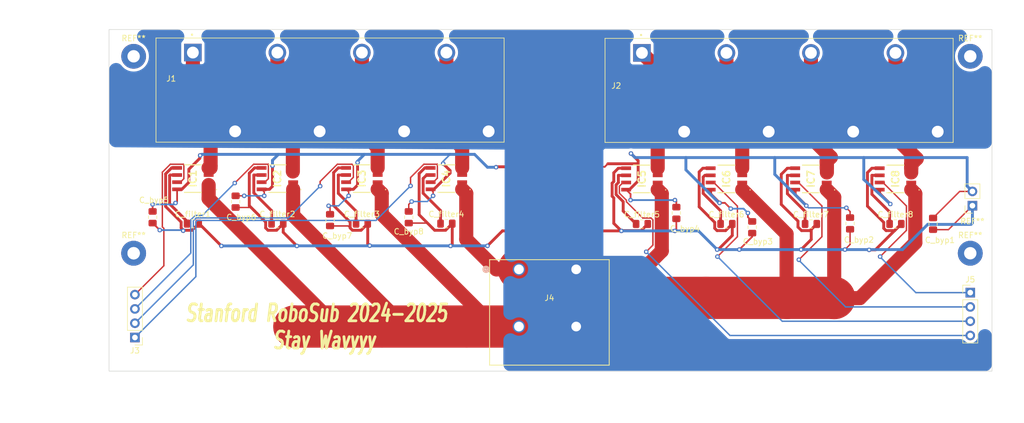
<source format=kicad_pcb>
(kicad_pcb (version 20240108) (generator "pcbnew") (generator_version "8.0")
  (layers (0 "F.Cu" signal) (31 "B.Cu" signal) (34 "B.Paste" user) (35 "F.Paste" user) (36 "B.SilkS" user "B.Silkscreen") (37 "F.SilkS" user "F.Silkscreen") (38 "B.Mask" user) (39 "F.Mask" user) (44 "Edge.Cuts" user))
  (net 0 "")
  (net 1 "Net-(IC1-FILTER)")
  (net 2 "5V")
  (net 3 "VIout1")
  (net 4 "VIout2")
  (net 5 "Net-(IC2-FILTER)")
  (net 6 "Net-(IC3-FILTER)")
  (net 7 "VIout3")
  (net 8 "Net-(IC4-FILTER)")
  (net 9 "VIout4")
  (net 10 "Net-(IC5-FILTER)")
  (net 11 "VIout5")
  (net 12 "VIout6")
  (net 13 "Net-(IC6-FILTER)")
  (net 14 "VIout7")
  (net 15 "Net-(IC7-FILTER)")
  (net 16 "Net-(IC8-FILTER)")
  (net 17 "VIout8")
  (net 18 "+BATT")
  (net 19 "PWR2")
  (net 20 "PWR3")
  (net 21 "PWR4")
  (net 22 "PWR5")
  (net 23 "PWR6")
  (net 24 "PWR7")
  (net 25 "PWR8")
  (net 26 "PWR1")
  (net 27 "GND")
  (net 28 "-BATT")
  (footprint "Imported_Footprints:MyHalleffectSensor" (layer "F.Cu") (at 175.562 115.5605 90)
    (property "Reference" "IC2")
    (property "Value" "ACS713ELCTR-30A-T" (hide yes))
  )
  (footprint "Capacitor_SMD:C_0805_2012Metric_Pad1.18x1.45mm_HandSolder" (layer "F.Cu") (at 168.148 119.6555 -90)
    (property "Reference" "C_byp6")
    (property "Value" "0.1 µF")
  )
  (footprint "Capacitor_SMD:C_0805_2012Metric_Pad1.18x1.45mm_HandSolder" (layer "F.Cu") (at 160.562 123.5605)
    (property "Reference" "C_filter1")
    (property "Value" "100 µF")
  )
  (footprint "Imported_Footprints:MyHalleffectSensor" (layer "F.Cu") (at 205.562 115.5605 90)
    (property "Reference" "IC4")
    (property "Value" "ACS713ELCTR-30A-T" (hide yes))
  )
  (footprint "Imported_Footprints:PHOENIX_1719370" (layer "F.Cu") (at 233.72 109.138)
    (property "Reference" "J2")
    (property "Value" "8TERM_VERT_1719370")
  )
  (footprint "Capacitor_SMD:C_0805_2012Metric_Pad1.18x1.45mm_HandSolder" (layer "F.Cu") (at 198.882 122.428 -90)
    (property "Reference" "C_byp8")
    (property "Value" "0.1 µF" (hide yes))
  )
  (footprint "Capacitor_SMD:C_0805_2012Metric_Pad1.18x1.45mm_HandSolder" (layer "F.Cu") (at 285.27 123.618)
    (property "Reference" "C_filter8")
    (property "Value" "100 µF")
  )
  (footprint "Capacitor_SMD:C_0805_2012Metric_Pad1.18x1.45mm_HandSolder" (layer "F.Cu") (at 270.27 123.618)
    (property "Reference" "C_filter7")
    (property "Value" "100 µF")
  )
  (footprint "Imported_Footprints:MyHalleffectSensor" (layer "F.Cu") (at 270.27 115.618 90)
    (property "Reference" "IC7")
    (property "Value" "ACS713ELCTR-30A-T" (hide yes))
  )
  (footprint "Connector_PinHeader_2.54mm:PinHeader_1x04_P2.54mm_Vertical" (layer "F.Cu") (at 150.275 143.8 180)
    (property "Reference" "J3")
    (property "Value" "Conn_01x04_Socket" (hide yes))
  )
  (footprint "Capacitor_SMD:C_0805_2012Metric_Pad1.18x1.45mm_HandSolder" (layer "F.Cu") (at 205.562 123.5605)
    (property "Reference" "C_filter4")
    (property "Value" "100 µF")
  )
  (footprint "Capacitor_SMD:C_0805_2012Metric_Pad1.18x1.45mm_HandSolder" (layer "F.Cu") (at 259.842 124.206 -90)
    (property "Reference" "C_byp3")
    (property "Value" "0.1 µF")
  )
  (footprint "Imported_Footprints:PHOENIX_1719370" (layer "F.Cu") (at 154.012 109.0805)
    (property "Reference" "J1")
    (property "Value" "8TERM_VERT_1719370")
  )
  (footprint "Capacitor_SMD:C_0805_2012Metric_Pad1.18x1.45mm_HandSolder" (layer "F.Cu") (at 190.562 123.5605)
    (property "Reference" "C_filter3")
    (property "Value" "100 µF")
  )
  (footprint "Imported_Footprints:MyHalleffectSensor" (layer "F.Cu") (at 190.562 115.5605 90)
    (property "Reference" "IC3")
    (property "Value" "ACS713ELCTR-30A-T" (hide yes))
  )
  (footprint "Connector_PinHeader_2.54mm:PinHeader_1x04_P2.54mm_Vertical" (layer "F.Cu") (at 298.55 135.825)
    (property "Reference" "J5")
    (property "Value" "Conn_01x04_Socket" (hide yes))
  )
  (footprint "Imported_Footprints:ACS711ELCTR25ABT" (layer "F.Cu") (at 285.27 115.618 90)
    (property "Reference" "IC8")
    (property "Value" "ACS713ELCTR-30A-T" (hide yes))
  )
  (footprint "Imported_Footprints:MyHalleffectSensor" (layer "F.Cu") (at 240.27 115.618 90)
    (property "Reference" "IC5")
    (property "Value" "ACS713ELCTR-30A-T" (hide yes))
  )
  (footprint "" (layer "F.Cu") (at 150.05 128.825)
    (property "Reference" "")
    (property "Value" "")
  )
  (footprint "Capacitor_SMD:C_0805_2012Metric_Pad1.18x1.45mm_HandSolder" (layer "F.Cu") (at 277.2156 123.5241 -90)
    (property "Reference" "C_byp2")
    (property "Value" "0.1 µF")
  )
  (footprint "Capacitor_SMD:C_0805_2012Metric_Pad1.18x1.45mm_HandSolder" (layer "F.Cu") (at 175.562 123.5605)
    (property "Reference" "C_filter2")
    (property "Value" "100 µF" (hide yes))
  )
  (footprint "Capacitor_SMD:C_0805_2012Metric_Pad1.18x1.45mm_HandSolder" (layer "F.Cu") (at 184.912 122.936 -90)
    (property "Reference" "C_byp7")
    (property "Value" "0.1 µF")
  )
  (footprint "HighPowerRoboConnector:CONN2_1986660-2_TEC" (layer "F.Cu") (at 218.44 131.69)
    (property "Reference" "J4")
    (property "Value" "1986660-2")
  )
  (footprint "MountingHole:MountingHole_2.2mm_M2_Pad_TopBottom" (layer "F.Cu") (at 298.55 128.825)
    (property "Reference" "REF**")
    (property "Value" "MountingHole_2.2mm_M2_Pad_TopBottom" (hide yes))
  )
  (footprint "Capacitor_SMD:C_0805_2012Metric_Pad1.18x1.45mm_HandSolder" (layer "F.Cu") (at 246.38 121.666 -90)
    (property "Reference" "C_byp4")
    (property "Value" "0.1 µF")
  )
  (footprint "Capacitor_SMD:C_0805_2012Metric_Pad1.18x1.45mm_HandSolder" (layer "F.Cu") (at 255.27 123.618)
    (property "Reference" "C_filter6")
    (property "Value" "100 µF")
  )
  (footprint "Capacitor_SMD:C_0805_2012Metric_Pad1.18x1.45mm_HandSolder" (layer "F.Cu") (at 240.27 123.618)
    (property "Reference" "C_filter5")
    (property "Value" "100 µF")
  )
  (footprint "Connector_PinSocket_2.54mm:PinSocket_1x02_P2.54mm_Vertical" (layer "F.Cu") (at 298.933 120.376 180)
    (property "Reference" "REF**")
    (property "Value" "PinSocket_1x02_P2.54mm_Vertical" (hide yes))
  )
  (footprint "MountingHole:MountingHole_2.2mm_M2_Pad_TopBottom" (layer "F.Cu") (at 150.05 128.825)
    (property "Reference" "REF**")
    (property "Value" "MountingHole_2.2mm_M2_Pad_TopBottom" (hide yes))
  )
  (footprint "Capacitor_SMD:C_0805_2012Metric_Pad1.18x1.45mm_HandSolder" (layer "F.Cu") (at 291.9476 123.5964 -90)
    (property "Reference" "C_byp1")
    (property "Value" "0.1 µF")
  )
  (footprint "" (layer "F.Cu") (at 298.55 128.825)
    (property "Reference" "")
    (property "Value" "")
  )
  (footprint "MountingHole:MountingHole_2.2mm_M2_Pad_TopBottom" (layer "F.Cu") (at 298.55 93.825)
    (property "Reference" "REF**")
    (property "Value" "MountingHole_2.2mm_M2_Pad_TopBottom" (hide yes))
  )
  (footprint "Imported_Footprints:MyHalleffectSensor" (layer "F.Cu") (at 255.27 115.618 90)
    (property "Reference" "IC6")
    (property "Value" "ACS713ELCTR-30A-T" (hide yes))
  )
  (footprint "MountingHole:MountingHole_2.2mm_M2_Pad_TopBottom" (layer "F.Cu") (at 150.05 93.825)
    (property "Reference" "REF**")
    (property "Value" "MountingHole_2.2mm_M2_Pad_TopBottom" (hide yes))
  )
  (footprint "Capacitor_SMD:C_0805_2012Metric_Pad1.18x1.45mm_HandSolder" (layer "F.Cu") (at 153.416 122.428 -90)
    (property "Reference" "C_byp5")
    (property "Value" "0.1 µF")
  )
  (footprint "Imported_Footprints:ACS711ELCTR25ABT" (layer "F.Cu") (at 160.562 115.5605 90)
    (property "Reference" "IC1")
    (property "Value" "ACS713ELCTR-30A-T" (hide yes))
  )
  (footprint "" (layer "F.Cu") (at 150.05 128.825)
    (property "Reference" "")
    (property "Value" "")
  )
  (gr_rect (start 145.681539 89.067757) (end 302.406243 149.776461) (stroke (width 0.1)) (fill none) (layer "Edge.Cuts"))
  (gr_text "Stanford RoboSub 2024-2025\n    	Stay Wavyyy" (at 159.004 146.05 0) (layer "F.SilkS") (effects (font (size 3 2) (thickness 0.5) (bold yes) (italic yes)) (justify left bottom)))
  (segment (start 156.433 115.00949) (end 156.433 120.053264) (width 0.508) (layer "F.Cu") (net 1))
  (segment (start 157.762 114.9255) (end 156.51699 114.9255) (width 0.508) (layer "F.Cu") (net 1))
  (segment (start 156.51699 114.9255) (end 156.433 115.00949) (width 0.508) (layer "F.Cu") (net 1))
  (segment (start 156.433 120.053264) (end 159.5245 123.144764) (width 0.508) (layer "F.Cu") (net 1))
  (segment (start 267.47 118.395) (end 267.47 117.523) (width 0.508) (layer "F.Cu") (net 2))
  (segment (start 198.882 120.142) (end 199.39 119.634) (width 0.25) (layer "F.Cu") (net 2))
  (segment (start 277.2156 122.4866) (end 277.2156 121.412) (width 0.25) (layer "F.Cu") (net 2))
  (segment (start 161.787 111.563) (end 161.787 111.963) (width 0.508) (layer "F.Cu") (net 2))
  (segment (start 188.214 118.618) (end 188.214 117.9175) (width 0.25) (layer "F.Cu") (net 2))
  (segment (start 246.38 119.634) (end 246.126 119.38) (width 0.3048) (layer "F.Cu") (net 2))
  (segment (start 189.0345 117.4655) (end 189.794524 116.705476) (width 0.508) (layer "F.Cu") (net 2))
  (segment (start 184.912 121.8985) (end 184.912 120.65) (width 0.25) (layer "F.Cu") (net 2))
  (segment (start 238.05 117.523) (end 239.6 115.973) (width 0.508) (layer "F.Cu") (net 2))
  (segment (start 161.8561 111.4939) (end 161.8561 111.442411) (width 0.25) (layer "F.Cu") (net 2))
  (segment (start 153.416 120.142) (end 153.416 121.3905) (width 0.3048) (layer "F.Cu") (net 2))
  (segment (start 282.47 118.195) (end 282.47 117.523) (width 0.508) (layer "F.Cu") (net 2))
  (segment (start 239.4 112.925) (end 234.211396 112.925) (width 0.508) (layer "F.Cu") (net 2))
  (segment (start 224.2605 113.462) (end 233.674396 113.462) (width 0.3048) (layer "F.Cu") (net 2))
  (segment (start 158.6 117.4655) (end 157.762 117.4655) (width 0.508) (layer "F.Cu") (net 2))
  (segment (start 206.225 114.139322) (end 204.985169 112.899491) (width 0.508) (layer "F.Cu") (net 2))
  (segment (start 159.85 116.2155) (end 158.6 117.4655) (width 0.508) (layer "F.Cu") (net 2))
  (segment (start 214.452 113.462) (end 214.376 113.538) (width 0.25) (layer "F.Cu") (net 2))
  (segment (start 159.85 113.9) (end 159.85 116.2155) (width 0.508) (layer "F.Cu") (net 2))
  (segment (start 188.214 117.9175) (end 187.762 117.4655) (width 0.25) (layer "F.Cu") (net 2))
  (segment (start 198.882 121.3905) (end 198.882 120.142) (width 0.25) (layer "F.Cu") (net 2))
  (segment (start 296.6705 117.836) (end 291.9476 122.5589) (width 0.25) (layer "F.Cu") (net 2))
  (segment (start 239.6 115.973) (end 239.6 112.375) (width 0.508) (layer "F.Cu") (net 2))
  (segment (start 259.08 122.4065) (end 259.842 123.1685) (width 0.3048) (layer "F.Cu") (net 2))
  (segment (start 259.08 121.666) (end 259.08 122.4065) (width 0.3048) (layer "F.Cu") (net 2))
  (segment (start 203.2 118.618) (end 203.2 117.9035) (width 0.25) (layer "F.Cu") (net 2))
  (segment (start 168.148 118.618) (end 169.672 118.618) (width 0.25) (layer "F.Cu") (net 2))
  (segment (start 269.45 120.375) (end 267.47 118.395) (width 0.508) (layer "F.Cu") (net 2))
  (segment (start 157.762 117.4655) (end 157.762 119.606) (width 0.3048) (layer "F.Cu") (net 2))
  (segment (start 238.252 118.305) (end 237.47 117.523) (width 0.3048) (layer "F.Cu") (net 2))
  (segment (start 174.145 117.4655) (end 174.6902 116.9203) (width 0.508) (layer "F.Cu") (net 2))
  (segment (start 238.252 119.38) (end 238.252 118.305) (width 0.3048) (layer "F.Cu") (net 2))
  (segment (start 254.05 119.875) (end 255.003 119.875) (width 0.3048) (layer "F.Cu") (net 2))
  (segment (start 161.787 111.563) (end 161.8561 111.4939) (width 0.25) (layer "F.Cu") (net 2))
  (segment (start 189.794524 116.705476) (end 189.794524 112.708846) (width 0.508) (layer "F.Cu") (net 2))
  (segment (start 203.342 117.4655) (end 206.225 114.5825) (width 0.508) (layer "F.Cu") (net 2))
  (segment (start 252.47 118.295) (end 252.47 117.523) (width 0.508) (layer "F.Cu") (net 2))
  (segment (start 173.228 118.618) (end 173.228 117.9315) (width 0.25) (layer "F.Cu") (net 2))
  (segment (start 174.6902 116.9203) (end 174.6902 113.280217) (width 0.508) (layer "F.Cu") (net 2))
  (segment (start 206.225 114.5825) (end 206.225 114.139322) (width 0.508) (layer "F.Cu") (net 2))
  (segment (start 239.6 112.375) (end 238.325 111.1) (width 0.508) (layer "F.Cu") (net 2))
  (segment (start 203.2 117.9035) (end 202.762 117.4655) (width 0.25) (layer "F.Cu") (net 2))
  (segment (start 277.2156 121.412) (end 276.5552 120.7516) (width 0.25) (layer "F.Cu") (net 2))
  (segment (start 233.674396 113.462) (end 234.211396 112.925) (width 0.3048) (layer "F.Cu") (net 2))
  (segment (start 173.228 117.9315) (end 172.762 117.4655) (width 0.25) (layer "F.Cu") (net 2))
  (segment (start 284.35 120.075) (end 282.47 118.195) (width 0.508) (layer "F.Cu") (net 2))
  (segment (start 161.787 111.963) (end 159.85 113.9) (width 0.508) (layer "F.Cu") (net 2))
  (segment (start 255.003 119.875) (end 256.032 120.904) (width 0.3048) (layer "F.Cu") (net 2))
  (segment (start 224.2605 113.462) (end 214.452 113.462) (width 0.508) (layer "F.Cu") (net 2))
  (segment (start 157.762 119.606) (end 157.48 119.888) (width 0.3048) (layer "F.Cu") (net 2))
  (segment (start 298.933 117.836) (end 296.6705 117.836) (width 0.25) (layer "F.Cu") (net 2))
  (segment (start 246.38 120.6285) (end 246.38 119.634) (width 0.3048) (layer "F.Cu") (net 2))
  (segment (start 172.762 117.4655) (end 174.145 117.4655) (width 0.508) (layer "F.Cu") (net 2))
  (segment (start 188.312 117.4655) (end 189.0345 117.4655) (width 0.508) (layer "F.Cu") (net 2))
  (segment (start 184.912 120.65) (end 184.658 120.396) (width 0.25) (layer "F.Cu") (net 2))
  (segment (start 254.05 119.875) (end 252.47 118.295) (width 0.508) (layer "F.Cu") (net 2))
  (via (at 254.05 119.875) (size 0.8) (drill 0.4) (layers "F.Cu" "B.Cu") (net 2))
  (via (at 238.325 111.1) (size 0.8) (drill 0.4) (layers "F.Cu" "B.Cu") (net 2))
  (via (at 188.214 118.618) (size 0.8) (drill 0.4) (layers "F.Cu" "B.Cu") (net 2))
  (via (at 169.672 118.618) (size 0.8) (drill 0.4) (layers "F.Cu" "B.Cu") (net 2))
  (via (at 284.35 120.075) (size 0.8) (drill 0.4) (layers "F.Cu" "B.Cu") (net 2))
  (via (at 173.228 118.618) (size 0.8) (drill 0.4) (layers "F.Cu" "B.Cu") (net 2))
  (via (at 153.416 120.142) (size 0.8) (drill 0.4) (layers "F.Cu" "B.Cu") (net 2))
  (via (at 161.8561 111.442411) (size 0.8) (drill 0.4) (layers "F.Cu" "B.Cu") (net 2))
  (via (at 184.658 120.396) (size 0.8) (drill 0.4) (layers "F.Cu" "B.Cu") (net 2))
  (via (at 199.39 119.634) (size 0.8) (drill 0.4) (layers "F.Cu" "B.Cu") (net 2))
  (via (at 276.5552 120.7516) (size 0.8) (drill 0.4) (layers "F.Cu" "B.Cu") (net 2))
  (via (at 203.2 118.618) (size 0.8) (drill 0.4) (layers "F.Cu" "B.Cu") (net 2))
  (via (at 246.126 119.38) (size 0.8) (drill 0.4) (layers "F.Cu" "B.Cu") (net 2))
  (via (at 214.376 113.538) (size 0.8) (drill 0.4) (layers "F.Cu" "B.Cu") (net 2))
  (via (at 238.252 119.38) (size 0.8) (drill 0.4) (layers "F.Cu" "B.Cu") (net 2))
  (via (at 259.08 121.666) (size 0.8) (drill 0.4) (layers "F.Cu" "B.Cu") (net 2))
  (via (at 174.6902 113.280217) (size 0.8) (drill 0.4) (layers "F.Cu" "B.Cu") (net 2))
  (via (at 157.48 119.888) (size 0.8) (drill 0.4) (layers "F.Cu" "B.Cu") (net 2))
  (via (at 256.032 120.904) (size 0.8) (drill 0.4) (layers "F.Cu" "B.Cu") (net 2))
  (via (at 204.985169 112.899491) (size 0.8) (drill 0.4) (layers "F.Cu" "B.Cu") (net 2))
  (via (at 189.794524 112.708846) (size 0.8) (drill 0.4) (layers "F.Cu" "B.Cu") (net 2))
  (via (at 269.45 120.375) (size 0.8) (drill 0.4) (layers "F.Cu" "B.Cu") (net 2))
  (segment (start 204.985169 112.493831) (end 204.985169 112.899491) (width 0.25) (layer "B.Cu") (net 2))
  (segment (start 169.672 118.618) (end 173.228 118.618) (width 0.25) (layer "B.Cu") (net 2))
  (segment (start 279.65 115.725) (end 284.35 120.075) (width 0.508) (layer "B.Cu") (net 2))
  (segment (start 204.985169 112.489831) (end 204.985169 112.899491) (width 0.25) (layer "B.Cu") (net 2))
  (segment (start 189.794524 112.465476) (end 189.794524 112.708846) (width 0.508) (layer "B.Cu") (net 2))
  (segment (start 175.852 111.252) (end 191.008 111.252) (width 0.508) (layer "B.Cu") (net 2))
  (segment (start 256.032 120.904) (end 258.318 120.904) (width 0.3048) (layer "B.Cu") (net 2))
  (segment (start 174.6902 112.3098) (end 174.6902 112.522) (width 0.508) (layer "B.Cu") (net 2))
  (segment (start 175.748 111.252) (end 174.6902 112.3098) (width 0.508) (layer "B.Cu") (net 2))
  (segment (start 276.5552 120.7516) (end 269.8266 120.7516) (width 0.25) (layer "B.Cu") (net 2))
  (segment (start 248.075 111.825) (end 248.075 114) (width 0.508) (layer "B.Cu") (net 2))
  (segment (start 157.226 120.142) (end 153.416 120.142) (width 0.3048) (layer "B.Cu") (net 2))
  (segment (start 174.6902 112.4138) (end 174.6902 112.522) (width 0.25) (layer "B.Cu") (net 2))
  (segment (start 175.852 111.252) (end 174.6902 112.4138) (width 0.25) (layer "B.Cu") (net 2))
  (segment (start 186.436 120.396) (end 188.214 118.618) (width 0.25) (layer "B.Cu") (net 2))
  (segment (start 279.65 111.825) (end 263.85 111.825) (width 0.508) (layer "B.Cu") (net 2))
  (segment (start 214.376 113.538) (end 212.852 113.538) (width 0.508) (layer "B.Cu") (net 2))
  (segment (start 191.008 111.252) (end 206.223 111.252) (width 0.508) (layer "B.Cu") (net 2))
  (segment (start 253.95 119.875) (end 254.05 119.875) (width 0.25) (layer "B.Cu") (net 2))
  (segment (start 258.318 120.904) (end 259.08 121.666) (width 0.3048) (layer "B.Cu") (net 2))
  (segment (start 184.658 120.396) (end 186.436 120.396) (width 0.25) (layer "B.Cu") (net 2))
  (segment (start 174.6902 112.3098) (end 174.6902 113.280217) (width 0.25) (layer "B.Cu") (net 2))
  (segment (start 161.907589 111.442411) (end 161.8561 111.442411) (width 0.25) (layer "B.Cu") (net 2))
  (segment (start 298.933 117.836) (end 298 116.903) (width 0.508) (layer "B.Cu") (net 2))
  (segment (start 199.39 119.634) (end 202.184 119.634) (width 0.25) (layer "B.Cu") (net 2))
  (segment (start 212.852 113.538) (end 210.566 111.252) (width 0.508) (layer "B.Cu") (net 2))
  (segment (start 206.227 111.252) (end 204.985169 112.493831) (width 0.25) (layer "B.Cu") (net 2))
  (segment (start 248.075 111.825) (end 263.85 111.825) (width 0.508) (layer "B.Cu") (net 2))
  (segment (start 263.85 114.8) (end 269.425 120.375) (width 0.508) (layer "B.Cu") (net 2))
  (segment (start 157.48 119.888) (end 157.226 120.142) (width 0.3048) (layer "B.Cu") (net 2))
  (segment (start 269.425 120.375) (end 269.45 120.375) (width 0.25) (layer "B.Cu") (net 2))
  (segment (start 248.075 114) (end 253.95 119.875) (width 0.508) (layer "B.Cu") (net 2))
  (segment (start 174.6902 112.522) (end 174.6902 113.280217) (width 0.508) (layer "B.Cu") (net 2))
  (segment (start 279.65 111.825) (end 279.65 115.725) (width 0.508) (layer "B.Cu") (net 2))
  (segment (start 269.45 120.4) (end 269.425 120.375) (width 0.25) (layer "B.Cu") (net 2))
  (segment (start 246.126 119.38) (end 238.252 119.38) (width 0.3048) (layer "B.Cu") (net 2))
  (segment (start 206.227 111.252) (end 210.566 111.252) (width 0.508) (layer "B.Cu") (net 2))
  (segment (start 191.008 111.252) (end 189.794524 112.465476) (width 0.508) (layer "B.Cu") (net 2))
  (segment (start 269.8266 120.7516) (end 269.45 120.375) (width 0.25) (layer "B.Cu") (net 2))
  (segment (start 263.85 111.825) (end 263.85 114.8) (width 0.508) (layer "B.Cu") (net 2))
  (segment (start 202.184 119.634) (end 203.2 118.618) (width 0.25) (layer "B.Cu") (net 2))
  (segment (start 239.05 111.825) (end 238.325 111.1) (width 0.508) (layer "B.Cu") (net 2))
  (segment (start 269.45 120.375) (end 269.45 120.4) (width 0.25) (layer "B.Cu") (net 2))
  (segment (start 206.223 111.252) (end 204.985169 112.489831) (width 0.25) (layer "B.Cu") (net 2))
  (segment (start 162.098 111.252) (end 161.907589 111.442411) (width 0.25) (layer "B.Cu") (net 2))
  (segment (start 298 116.903) (end 298 111.825) (width 0.508) (layer "B.Cu") (net 2))
  (segment (start 298 111.825) (end 279.65 111.825) (width 0.508) (layer "B.Cu") (net 2))
  (segment (start 175.748 111.252) (end 162.098 111.252) (width 0.508) (layer "B.Cu") (net 2))
  (segment (start 248.075 111.825) (end 239.05 111.825) (width 0.508) (layer "B.Cu") (net 2))
  (segment (start 155.4142 131.0408) (end 155.4142 124.412369) (width 0.25) (layer "F.Cu") (net 3))
  (segment (start 156.562 113.0055) (end 158.8805 113.0055) (width 0.25) (layer "F.Cu") (net 3))
  (segment (start 158.8805 113.0055) (end 158.962 113.087) (width 0.25) (layer "F.Cu") (net 3))
  (segment (start 155.146 114.4215) (end 156.562 113.0055) (width 0.25) (layer "F.Cu") (net 3))
  (segment (start 158.962 115.5755) (end 158.342 116.1955) (width 0.25) (layer "F.Cu") (net 3))
  (segment (start 150.275 136.18) (end 155.4142 131.0408) (width 0.25) (layer "F.Cu") (net 3))
  (segment (start 155.4142 124.412369) (end 155.146 124.144169) (width 0.25) (layer "F.Cu") (net 3))
  (segment (start 158.962 113.087) (end 158.962 115.5755) (width 0.25) (layer "F.Cu") (net 3))
  (segment (start 155.146 124.144169) (end 155.146 114.4215) (width 0.25) (layer "F.Cu") (net 3))
  (segment (start 168 116.35) (end 171.3445 113.0055) (width 0.25) (layer "F.Cu") (net 4))
  (segment (start 173.962 115.5755) (end 173.342 116.1955) (width 0.25) (layer "F.Cu") (net 4))
  (segment (start 171.3445 113.0055) (end 173.962 113.0055) (width 0.25) (layer "F.Cu") (net 4))
  (segment (start 173.962 113.0055) (end 173.962 115.5755) (width 0.25) (layer "F.Cu") (net 4))
  (via (at 168 116.35) (size 0.8) (drill 0.4) (layers "F.Cu" "B.Cu") (net 4))
  (segment (start 160.194 122.884812) (end 160.984812 122.094) (width 0.25) (layer "B.Cu") (net 4))
  (segment (start 150.275 138.72) (end 160.194 128.801) (width 0.25) (layer "B.Cu") (net 4))
  (segment (start 168 116.351604) (end 168 116.35) (width 0.25) (layer "B.Cu") (net 4))
  (segment (start 160.194 128.801) (end 160.194 122.884812) (width 0.25) (layer "B.Cu") (net 4))
  (segment (start 160.984812 122.094) (end 162.257604 122.094) (width 0.25) (layer "B.Cu") (net 4))
  (segment (start 162.257604 122.094) (end 168 116.351604) (width 0.25) (layer "B.Cu") (net 4))
  (segment (start 174.5245 121.2495) (end 174.5245 123.5605) (width 0.508) (layer "F.Cu") (net 5))
  (segment (start 172.762 114.9255) (end 171.379 114.9255) (width 0.508) (layer "F.Cu") (net 5))
  (segment (start 171.379 118.104) (end 174.5245 121.2495) (width 0.508) (layer "F.Cu") (net 5))
  (segment (start 171.379 114.9255) (end 171.379 118.104) (width 0.508) (layer "F.Cu") (net 5))
  (segment (start 187.762 114.9255) (end 186.379 114.9255) (width 0.508) (layer "F.Cu") (net 6))
  (segment (start 186.379 118.1905) (end 189.5245 121.336) (width 0.508) (layer "F.Cu") (net 6))
  (segment (start 189.5245 121.336) (end 189.5245 123.5605) (width 0.508) (layer "F.Cu") (net 6))
  (segment (start 186.379 114.9255) (end 186.379 118.1905) (width 0.508) (layer "F.Cu") (net 6))
  (segment (start 189.05 113.25) (end 189.05 115.325) (width 0.25) (layer "F.Cu") (net 7))
  (segment (start 189.05 115.325) (end 188.1795 116.1955) (width 0.25) (layer "F.Cu") (net 7))
  (segment (start 186.21017 113.0055) (end 188.8055 113.0055) (width 0.25) (layer "F.Cu") (net 7))
  (segment (start 183.15 116.9) (end 183.15 116.06567) (width 0.25) (layer "F.Cu") (net 7))
  (segment (start 188.8055 113.0055) (end 189.05 113.25) (width 0.25) (layer "F.Cu") (net 7))
  (segment (start 183.15 116.06567) (end 186.21017 113.0055) (width 0.25) (layer "F.Cu") (net 7))
  (via (at 183.15 116.9) (size 0.8) (drill 0.4) (layers "F.Cu" "B.Cu") (net 7))
  (segment (start 160.644 123.071208) (end 161.171208 122.544) (width 0.25) (layer "B.Cu") (net 7))
  (segment (start 160.644 130.891) (end 160.644 123.071208) (width 0.25) (layer "B.Cu") (net 7))
  (segment (start 177.506 122.544) (end 183.15 116.9) (width 0.25) (layer "B.Cu") (net 7))
  (segment (start 150.275 141.26) (end 160.644 130.891) (width 0.25) (layer "B.Cu") (net 7))
  (segment (start 161.171208 122.544) (end 177.506 122.544) (width 0.25) (layer "B.Cu") (net 7))
  (segment (start 202.0495 114.9255) (end 201.433 115.542) (width 0.508) (layer "F.Cu") (net 8))
  (segment (start 201.433 118.158) (end 204.5245 121.2495) (width 0.508) (layer "F.Cu") (net 8))
  (segment (start 201.433 115.542) (end 201.433 118.158) (width 0.508) (layer "F.Cu") (net 8))
  (segment (start 204.5245 121.2495) (end 204.5245 123.5605) (width 0.508) (layer "F.Cu") (net 8))
  (segment (start 202.762 114.9255) (end 202.0495 114.9255) (width 0.508) (layer "F.Cu") (net 8))
  (segment (start 201.562 113.0055) (end 203.962 113.0055) (width 0.25) (layer "F.Cu") (net 9))
  (segment (start 203.962 115.4785) (end 203.245 116.1955) (width 0.25) (layer "F.Cu") (net 9))
  (segment (start 203.962 113.0055) (end 203.962 115.4785) (width 0.25) (layer "F.Cu") (net 9))
  (segment (start 199.2 116.85) (end 199.2 115.3675) (width 0.25) (layer "F.Cu") (net 9))
  (segment (start 199.2 115.3675) (end 201.562 113.0055) (width 0.25) (layer "F.Cu") (net 9))
  (via (at 199.2 116.85) (size 0.8) (drill 0.4) (layers "F.Cu" "B.Cu") (net 9))
  (segment (start 161.094 132.981) (end 161.094 123.257604) (width 0.25) (layer "B.Cu") (net 9))
  (segment (start 161.357604 122.994) (end 193.056 122.994) (width 0.25) (layer "B.Cu") (net 9))
  (segment (start 193.056 122.994) (end 199.2 116.85) (width 0.25) (layer "B.Cu") (net 9))
  (segment (start 150.275 143.8) (end 161.094 132.981) (width 0.25) (layer "B.Cu") (net 9))
  (segment (start 161.094 123.257604) (end 161.357604 122.994) (width 0.25) (layer "B.Cu") (net 9))
  (segment (start 236.087 114.983) (end 236.087 116.26717) (width 0.508) (layer "F.Cu") (net 10))
  (segment (start 236.9448 119.65363) (end 236.9448 121.3303) (width 0.508) (layer "F.Cu") (net 10))
  (segment (start 236.9448 121.3303) (end 239.2325 123.618) (width 0.508) (layer "F.Cu") (net 10))
  (segment (start 236.087 116.26717) (end 235.691 116.66317) (width 0.508) (layer "F.Cu") (net 10))
  (segment (start 237.47 114.983) (end 236.087 114.983) (width 0.508) (layer "F.Cu") (net 10))
  (segment (start 235.691 118.39983) (end 236.9448 119.65363) (width 0.508) (layer "F.Cu") (net 10))
  (segment (start 235.691 116.66317) (end 235.691 118.39983) (width 0.508) (layer "F.Cu") (net 10))
  (segment (start 242.22 122.8979) (end 242.22 127.374778) (width 0.25) (layer "F.Cu") (net 11))
  (segment (start 236.27 118.16) (end 237.5238 119.4138) (width 0.25) (layer "F.Cu") (net 11))
  (segment (start 240.410169 122.568) (end 241.8901 122.568) (width 0.25) (layer "F.Cu") (net 11))
  (segment (start 236.27 116.903) (end 236.27 118.16) (width 0.25) (layer "F.Cu") (net 11))
  (segment (start 236.92 116.253) (end 236.27 116.903) (width 0.25) (layer "F.Cu") (net 11))
  (segment (start 237.5238 119.681631) (end 240.410169 122.568) (width 0.25) (layer "F.Cu") (net 11))
  (segment (start 242.22 127.374778) (end 241.030447 128.564331) (width 0.25) (layer "F.Cu") (net 11))
  (segment (start 237.5238 119.4138) (end 237.5238 119.681631) (width 0.25) (layer "F.Cu") (net 11))
  (segment (start 241.8901 122.568) (end 242.22 122.8979) (width 0.25) (layer "F.Cu") (net 11))
  (via (at 241.030447 128.564331) (size 0.8) (drill 0.4) (layers "F.Cu" "B.Cu") (net 11))
  (segment (start 255.911116 143.445) (end 241.030447 128.564331) (width 0.25) (layer "B.Cu") (net 11))
  (segment (start 298.55 143.445) (end 255.911116 143.445) (width 0.25) (layer "B.Cu") (net 11))
  (segment (start 257.22 120.453) (end 253.02 116.253) (width 0.25) (layer "F.Cu") (net 12))
  (segment (start 253.675 129.425) (end 257.22 125.88) (width 0.25) (layer "F.Cu") (net 12))
  (segment (start 257.22 125.88) (end 257.22 120.453) (width 0.25) (layer "F.Cu") (net 12))
  (via (at 253.675 129.425) (size 0.8) (drill 0.4) (layers "F.Cu" "B.Cu") (net 12))
  (segment (start 298.55 140.905) (end 265.169 140.905) (width 0.25) (layer "B.Cu") (net 12))
  (segment (start 265.169 140.905) (end 253.689 129.425) (width 0.25) (layer "B.Cu") (net 12))
  (segment (start 253.689 129.425) (end 253.675 129.425) (width 0.25) (layer "B.Cu") (net 12))
  (segment (start 251.141 115.284) (end 251.442 114.983) (width 0.508) (layer "F.Cu") (net 13))
  (segment (start 254.2325 123.618) (end 254.2325 121.2805) (width 0.508) (layer "F.Cu") (net 13))
  (segment (start 254.2325 121.2805) (end 251.141 118.189) (width 0.508) (layer "F.Cu") (net 13))
  (segment (start 251.141 118.189) (end 251.141 115.284) (width 0.508) (layer "F.Cu") (net 13))
  (segment (start 251.442 114.983) (end 252.47 114.983) (width 0.508) (layer "F.Cu") (net 13))
  (segment (start 268.125 129.975) (end 272.22 125.88) (width 0.25) (layer "F.Cu") (net 14))
  (segment (start 272.22 125.88) (end 272.22 120.423) (width 0.25) (layer "F.Cu") (net 14))
  (segment (start 272.22 120.423) (end 268.05 116.253) (width 0.25) (layer "F.Cu") (net 14))
  (via (at 268.125 129.975) (size 0.8) (drill 0.4) (layers "F.Cu" "B.Cu") (net 14))
  (segment (start 276.424 138.365) (end 268.125 130.066) (width 0.25) (layer "B.Cu") (net 14))
  (segment (start 268.125 130.066) (end 268.125 129.975) (width 0.25) (layer "B.Cu") (net 14))
  (segment (start 298.55 138.365) (end 276.424 138.365) (width 0.25) (layer "B.Cu") (net 14))
  (segment (start 269.2325 121.3935) (end 269.2325 123.618) (width 0.508) (layer "F.Cu") (net 15))
  (segment (start 266.087 118.248) (end 269.2325 121.3935) (width 0.508) (layer "F.Cu") (net 15))
  (segment (start 266.087 114.983) (end 266.087 118.248) (width 0.508) (layer "F.Cu") (net 15))
  (segment (start 267.47 114.983) (end 266.087 114.983) (width 0.508) (layer "F.Cu") (net 15))
  (segment (start 281.087 114.983) (end 281.087 118.337) (width 0.508) (layer "F.Cu") (net 16))
  (segment (start 281.087 118.337) (end 284.2325 121.4825) (width 0.508) (layer "F.Cu") (net 16))
  (segment (start 282.47 114.983) (end 281.087 114.983) (width 0.508) (layer "F.Cu") (net 16))
  (segment (start 284.2325 121.4825) (end 284.2325 123.618) (width 0.508) (layer "F.Cu") (net 16))
  (segment (start 282.47 116.253) (end 283.295 116.253) (width 0.25) (layer "F.Cu") (net 17))
  (segment (start 287.22 120.423) (end 283.05 116.253) (width 0.25) (layer "F.Cu") (net 17))
  (segment (start 287.22 124.755) (end 287.22 120.423) (width 0.25) (layer "F.Cu") (net 17))
  (segment (start 282.55 129.425) (end 287.22 124.755) (width 0.25) (layer "F.Cu") (net 17))
  (via (at 282.55 129.425) (size 0.8) (drill 0.4) (layers "F.Cu" "B.Cu") (net 17))
  (segment (start 282.55 129.486) (end 282.55 129.425) (width 0.25) (layer "B.Cu") (net 17))
  (segment (start 288.889 135.825) (end 282.55 129.486) (width 0.25) (layer "B.Cu") (net 17))
  (segment (start 298.55 135.825) (end 288.889 135.825) (width 0.25) (layer "B.Cu") (net 17))
  (segment (start 209.175 141.85) (end 194.125 141.85) (width 7.5) (layer "F.Cu") (net 18))
  (segment (start 243.795 118.248) (end 243.795 128.4206) (width 2.5) (layer "F.Cu") (net 18))
  (segment (start 223.5076 136.7576) (end 251.65 136.7576) (width 7.5) (layer "F.Cu") (net 18))
  (segment (start 251.65 136.7576) (end 266.025 136.7576) (width 7.5) (layer "F.Cu") (net 18))
  (segment (start 258.07 117.523) (end 265.9468 125.3998) (width 2.5) (layer "F.Cu") (net 18))
  (segment (start 186.08141 141.85) (end 194.125 141.85) (width 2.5) (layer "F.Cu") (net 18))
  (segment (start 163.362 119.13059) (end 186.08141 141.85) (width 2.5) (layer "F.Cu") (net 18))
  (segment (start 214.04291 141.85) (end 218.44 141.85) (width 2.5) (layer "F.Cu") (net 18))
  (segment (start 218.44 141.85) (end 209.175 141.85) (width 7.5) (layer "F.Cu") (net 18))
  (segment (start 194.087 118.1905) (end 194.087 121.89409) (width 2.5) (layer "F.Cu") (net 18))
  (segment (start 194.087 121.89409) (end 214.04291 141.85) (width 2.5) (layer "F.Cu") (net 18))
  (segment (start 278.95 136.8) (end 274.4 136.8) (width 2.5) (layer "F.Cu") (net 18))
  (segment (start 288.795 118.248) (end 288.795 126.955) (width 2.5) (layer "F.Cu") (net 18))
  (segment (start 243.07 117.523) (end 243.795 118.248) (width 2.5) (layer "F.Cu") (net 18))
  (segment (start 198.11259 141.85) (end 209.175 141.85) (width 2.5) (layer "F.Cu") (net 18))
  (segment (start 194.125 141.85) (end 178.6 141.85) (width 7.5) (layer "F.Cu") (net 18))
  (segment (start 235.458 136.7576) (end 223.5076 136.7576) (width 2.5) (layer "F.Cu") (net 18))
  (segment (start 178.362 122.09941) (end 198.11259 141.85) (width 2.5) (layer "F.Cu") (net 18))
  (segment (start 288.795 126.955) (end 278.95 136.8) (width 2.5) (layer "F.Cu") (net 18))
  (segment (start 273.07 117.523) (end 274.4 118.853) (width 2.5) (layer "F.Cu") (net 18))
  (segment (start 265.9468 125.3998) (end 265.9468 136.6794) (width 2.5) (layer "F.Cu") (net 18))
  (segment (start 288.07 117.523) (end 288.795 118.248) (width 2.5) (layer "F.Cu") (net 18))
  (segment (start 208.362 117.4655) (end 209.087 118.1905) (width 2.5) (layer "F.Cu") (net 18))
  (segment (start 218.44 131.69) (end 223.5076 136.7576) (width 7.5) (layer "F.Cu") (net 18))
  (segment (start 178.362 117.4655) (end 178.362 122.09941) (width 2.5) (layer "F.Cu") (net 18))
  (segment (start 214.417704 131.69) (end 218.44 131.69) (width 2.5) (layer "F.Cu") (net 18))
  (segment (start 193.362 117.4655) (end 194.087 118.1905) (width 2.5) (layer "F.Cu") (net 18))
  (segment (start 274.4 118.853) (end 274.4 136.8) (width 2.5) (layer "F.Cu") (net 18))
  (segment (start 178.6 141.85) (end 178.575 141.875) (width 7.5) (layer "F.Cu") (net 18))
  (segment (start 243.795 128.4206) (end 235.458 136.7576) (width 2.5) (layer "F.Cu") (net 18))
  (segment (start 266.025 136.7576) (end 274.3576 136.7576) (width 7.5) (layer "F.Cu") (net 18))
  (segment (start 265.9468 136.6794) (end 266.025 136.7576) (width 2.5) (layer "F.Cu") (net 18))
  (segment (start 182.25 138.2) (end 178.575 141.875) (width 2.5) (layer "F.Cu") (net 18))
  (segment (start 274.3576 136.7576) (end 274.4 136.8) (width 7.5) (layer "F.Cu") (net 18))
  (segment (start 163.362 119.13059) (end 163.362 116.7005) (width 2.5) (layer "F.Cu") (net 18))
  (segment (start 209.087 118.1905) (end 209.087 126.359296) (width 2.5) (layer "F.Cu") (net 18))
  (segment (start 209.087 126.359296) (end 214.417704 131.69) (width 2.5) (layer "F.Cu") (net 18))
  (segment (start 175.562 93.1605) (end 175.562 106.22) (width 2.5) (layer "F.Cu") (net 19))
  (segment (start 175.562 106.22) (end 178.308 108.966) (width 2.5) (layer "F.Cu") (net 19))
  (segment (start 178.308 108.966) (end 178.308 114.3) (width 2.5) (layer "F.Cu") (net 19))
  (segment (start 193.362 110.05) (end 193.362 113.6555) (width 2.5) (layer "F.Cu") (net 20))
  (segment (start 190.562 107.25) (end 193.362 110.05) (width 2.5) (layer "F.Cu") (net 20))
  (segment (start 190.562 93.1605) (end 190.562 107.25) (width 2.5) (layer "F.Cu") (net 20))
  (segment (start 193.362 113.6555) (end 193.362 114.9255) (width 0.508) (layer "F.Cu") (net 20))
  (segment (start 208.362 113.6555) (end 208.362 114.9255) (width 0.508) (layer "F.Cu") (net 21))
  (segment (start 208.362 110.064) (end 208.362 113.6555) (width 2.5) (layer "F.Cu") (net 21))
  (segment (start 205.562 107.264) (end 208.362 110.064) (width 2.5) (layer "F.Cu") (net 21))
  (segment (start 205.562 93.1605) (end 205.562 107.264) (width 2.5) (layer "F.Cu") (net 21))
  (segment (start 240.27 93.218) (end 243.07 96.018) (width 2.5) (layer "F.Cu") (net 22))
  (segment (start 243.07 113.713) (end 243.07 114.983) (width 0.508) (layer "F.Cu") (net 22))
  (segment (start 243.07 96.018) (end 243.07 113.713) (width 2.5) (layer "F.Cu") (net 22))
  (segment (start 255.27 106.426) (end 258.07 109.226) (width 2.5) (layer "F.Cu") (net 23))
  (segment (start 258.07 109.226) (end 258.07 113.713) (width 2.5) (layer "F.Cu") (net 23))
  (segment (start 258.07 114.983) (end 258.07 113.713) (width 0.508) (layer "F.Cu") (net 23))
  (segment (start 255.27 93.218) (end 255.27 106.426) (width 2.5) (layer "F.Cu") (net 23))
  (segment (start 270.27 108.218) (end 273.1008 111.0488) (width 2.5) (layer "F.Cu") (net 24))
  (segment (start 270.27 108.218) (end 273.812 111.76) (width 2.5) (layer "F.Cu") (net 24))
  (segment (start 273.812 111.76) (end 273.07 112.502) (width 2.5) (layer "F.Cu") (net 24))
  (segment (start 270.27 93.218) (end 270.27 108.218) (width 2.5) (layer "F.Cu") (net 24))
  (segment (start 273.07 112.502) (end 273.07 113.713) (width 2.5) (layer "F.Cu") (net 24))
  (segment (start 273.1008 111.0488) (end 273.1008 114.478) (width 2.5) (layer "F.Cu") (net 24))
  (segment (start 273.07 114.983) (end 273.07 113.713) (width 0.508) (layer "F.Cu") (net 24))
  (segment (start 288.07 112.996) (end 288.07 113.713) (width 2.5) (layer "F.Cu") (net 25))
  (segment (start 289.052 112.014) (end 288.07 112.996) (width 2.5) (layer "F.Cu") (net 25))
  (segment (start 285.27 108.232) (end 289.052 112.014) (width 2.5) (layer "F.Cu") (net 25))
  (segment (start 288.07 111.032) (end 288.07 114.478) (width 2.5) (layer "F.Cu") (net 25))
  (segment (start 285.27 93.218) (end 285.27 108.232) (width 2.5) (layer "F.Cu") (net 25))
  (segment (start 285.27 108.232) (end 288.07 111.032) (width 2.5) (layer "F.Cu") (net 25))
  (segment (start 288.07 113.713) (end 288.07 114.983) (width 0.508) (layer "F.Cu") (net 25))
  (segment (start 163.7125 113.6555) (end 163.362 113.6555) (width 2.5) (layer "F.Cu") (net 26))
  (segment (start 160.562 93.1605) (end 160.562 105.120218) (width 2.5) (layer "F.Cu") (net 26))
  (segment (start 163.7093 108.267518) (end 163.7093 113.3082) (width 2.5) (layer "F.Cu") (net 26))
  (segment (start 160.562 105.120218) (end 163.7093 108.267518) (width 2.5) (layer "F.Cu") (net 26))
  (segment (start 163.7093 113.3082) (end 163.362 113.6555) (width 2.5) (layer "F.Cu") (net 26))
  (segment (start 185.55 114.4845) (end 185.55 120.3485) (width 0.508) (layer "F.Cu") (net 27))
  (segment (start 246.38 122.7035) (end 246.38 124.596) (width 0.3048) (layer "F.Cu") (net 27))
  (segment (start 158.888466 124.7395) (end 160.4205 124.7395) (width 0.508) (layer "F.Cu") (net 27))
  (segment (start 205.4205 124.7395) (end 206.5995 123.5605) (width 0.508) (layer "F.Cu") (net 27))
  (segment (start 281.087 113.713) (end 280.3 114.5) (width 0.508) (layer "F.Cu") (net 27))
  (segment (start 168.148 120.693) (end 170.8945 120.693) (width 0.25) (layer "F.Cu") (net 27))
  (segment (start 200.725 121.985) (end 203.073 124.333) (width 0.508) (layer "F.Cu") (net 27))
  (segment (start 270.1285 124.797) (end 270.32525 124.60025) (width 0.508) (layer "F.Cu") (net 27))
  (segment (start 267.97 124.170534) (end 268.596466 124.797) (width 0.508) (layer "F.Cu") (net 27))
  (segment (start 280.3 120.448) (end 283.191 123.339) (width 0.508) (layer "F.Cu") (net 27))
  (segment (start 281.7005 128.225) (end 286.3075 123.618) (width 0.508) (layer "F.Cu") (net 27))
  (segment (start 200.725 114.66133) (end 200.725 121.985) (width 0.508) (layer "F.Cu") (net 27))
  (segment (start 255.1285 124.797) (end 256.3075 123.618) (width 0.508) (layer "F.Cu") (net 27))
  (segment (start 283.596466 124.797) (end 285.1285 124.797) (width 0.508) (layer "F.Cu") (net 27))
  (segment (start 235.275 118.985094) (end 235.275 123.515) (width 0.508) (layer "F.Cu") (net 27))
  (segment (start 234.983 118.693094) (end 235.275 118.985094) (width 0.508) (layer "F.Cu") (net 27))
  (segment (start 173.888466 124.7395) (end 175.4205 124.7395) (width 0.508) (layer "F.Cu") (net 27))
  (segment (start 277.2156 124.5616) (end 277.2156 127.2606) (width 0.25) (layer "F.Cu") (net 27))
  (segment (start 256.3075 125.6675) (end 253.8 128.175) (width 0.508) (layer "F.Cu") (net 27))
  (segment (start 253.596466 124.797) (end 255.1285 124.797) (width 0.508) (layer "F.Cu") (net 27))
  (segment (start 266.087 113.713) (end 265 114.8) (width 0.508) (layer "F.Cu") (net 27))
  (segment (start 277.2156 127.2606) (end 276.3012 128.175) (width 0.25) (layer "F.Cu") (net 27))
  (segment (start 175.4205 124.7395) (end 176.5995 123.5605) (width 0.508) (layer "F.Cu") (net 27))
  (segment (start 252.47 113.713) (end 251.087 113.713) (width 0.508) (layer "F.Cu") (net 27))
  (segment (start 259.842 125.889) (end 257.556 128.175) (width 0.3048) (layer "F.Cu") (net 27))
  (segment (start 236.557 124.797) (end 240.1285 124.797) (width 0.508) (layer "F.Cu") (net 27))
  (segment (start 294.6751 124.6339) (end 298.933 120.376) (width 0.25) (layer "F.Cu") (net 27))
  (segment (start 285.1285 124.797) (end 286.3075 123.618) (width 0.508) (layer "F.Cu") (net 27))
  (segment (start 282.47 113.713) (end 281.087 113.713) (width 0.508) (layer "F.Cu") (net 27))
  (segment (start 265 114.8) (end 265 120.148) (width 0.508) (layer "F.Cu") (net 27))
  (segment (start 202.762 113.6555) (end 201.73083 113.6555) (width 0.508) (layer "F.Cu") (net 27))
  (segment (start 202.2055 123.4655) (end 203.073 124.333) (width 0.25) (layer "F.Cu") (net 27))
  (segment (start 291.9476 124.6339) (end 294.6751 124.6339) (width 0.25) (layer "F.Cu") (net 27))
  (segment (start 256.3075 125.6675) (end 256.3075 123.618) (width 0.508) (layer "F.Cu") (net 27))
  (segment (start 253.191 123.339) (end 253.191 124.391534) (width 0.508) (layer "F.Cu") (net 27))
  (segment (start 270.32525 126.37475) (end 268.525 128.175) (width 0.508) (layer "F.Cu") (net 27))
  (segment (start 170.575 114.59383) (end 170.575 120.3735) (width 0.508) (layer "F.Cu") (net 27))
  (segment (start 188.483 123.2815) (end 188.483 124.334034) (width 0.508) (layer "F.Cu") (net 27))
  (segment (start 280.3 114.5) (end 280.3 120.448) (width 0.508) (layer "F.Cu") (net 27))
  (segment (start 250.433 120.581) (end 253.191 123.339) (width 0.508) (layer "F.Cu") (net 27))
  (segment (start 203.4795 124.7395) (end 205.4205 124.7395) (width 0.508) (layer "F.Cu") (net 27))
  (segment (start 237.47 113.713) (end 236.087 113.713) (width 0.508) (layer "F.Cu") (net 27))
  (segment (start 270.32525 124.60025) (end 271.3075 123.618) (width 0.508) (layer "F.Cu") (net 27))
  (segment (start 265 120.148) (end 267.97 123.118) (width 0.508) (layer "F.Cu") (net 27))
  (segment (start 280.6 128.225) (end 281.7005 128.225) (width 0.508) (layer "F.Cu") (net 27))
  (segment (start 155.725 120.5235) (end 158.483 123.2815) (width 0.508) (layer "F.Cu") (net 27))
  (segment (start 172.762 113.6555) (end 171.51333 113.6555) (width 0.508) (layer "F.Cu") (net 27))
  (segment (start 236.087 113.713) (end 235.275 114.525) (width 0.508) (layer "F.Cu") (net 27))
  (segment (start 157.762 113.6555) (end 156.785726 113.6555) (width 0.508) (layer "F.Cu") (net 27))
  (segment (start 170.575 120.3735) (end 171.53175 121.33025) (width 0.508) (layer "F.Cu") (net 27))
  (segment (start 187.762 113.6555) (end 186.379 113.6555) (width 0.508) (layer "F.Cu") (net 27))
  (segment (start 206.5995 127.2255) (end 206.5995 123.5605) (width 0.508) (layer "F.Cu") (net 27))
  (segment (start 235.275 116.077907) (end 234.983 116.369906) (width 0.508) (layer "F.Cu") (net 27))
  (segment (start 215.51 124.85) (end 212.852 127.508) (width 0.508) (layer "F.Cu") (net 27))
  (segment (start 203.073 124.333) (end 203.4795 124.7395) (width 0.508) (layer "F.Cu") (net 27))
  (segment (start 185.55 120.3485) (end 188.483 123.2815) (width 0.508) (layer "F.Cu") (net 27))
  (segment (start 184.912 123.9735) (end 188.122466 123.9735) (width 0.25) (layer "F.Cu") (net 27))
  (segment (start 171.51333 113.6555) (end 170.575 114.59383) (width 0.508) (layer "F.Cu") (net 27))
  (segment (start 173.483 124.334034) (end 173.888466 124.7395) (width 0.508) (layer "F.Cu") (net 27))
  (segment (start 176.5995 125.0995) (end 176.5995 123.5605) (width 0.508) (layer "F.Cu") (net 27))
  (segment (start 268.596466 124.797) (end 270.1285 124.797) (width 0.508) (layer "F.Cu") (net 27))
  (segment (start 188.888466 124.7395) (end 190.4205 124.7395) (width 0.508) (layer "F.Cu") (net 27))
  (segment (start 156.785726 113.6555) (end 155.725 114.716226) (width 0.508) (layer "F.Cu") (net 27))
  (segment (start 259.842 125.2435) (end 259.842 125.889) (width 0.3048) (layer "F.Cu") (net 27))
  (segment (start 240.1285 124.797) (end 241.3075 123.618) (width 0.508) (layer "F.Cu") (net 27))
  (segment (start 270.32525 124.60025) (end 270.32525 126.37475) (width 0.508) (layer "F.Cu") (net 27))
  (segment (start 250.433 114.367) (end 250.433 120.581) (width 0.508) (layer "F.Cu") (net 27))
  (segment (start 191.5995 127.1245) (end 191.5995 123.5605) (width 0.508) (layer "F.Cu") (net 27))
  (segment (start 283.191 124.391534) (end 283.596466 124.797) (width 0.508) (layer "F.Cu") (net 27))
  (segment (start 165.625 127.525) (end 161.6605 123.5605) (width 0.508) (layer "F.Cu") (net 27))
  (segment (start 234.983 116.369906) (end 234.983 118.693094) (width 0.508) (layer "F.Cu") (net 27))
  (segment (start 188.483 124.334034) (end 188.888466 124.7395) (width 0.508) (layer "F.Cu") (net 27))
  (segment (start 235.275 123.515) (end 236.557 124.797) (width 0.508) (layer "F.Cu") (net 27))
  (segment (start 171.53175 121.33025) (end 173.483 123.2815) (width 0.508) (layer "F.Cu") (net 27))
  (segment (start 153.4375 123.4655) (end 154.686 124.714) (width 0.3048) (layer "F.Cu") (net 27))
  (segment (start 158.483 124.334034) (end 158.888466 124.7395) (width 0.508) (layer "F.Cu") (net 27))
  (segment (start 186.379 113.6555) (end 185.55 114.4845) (width 0.508) (layer "F.Cu") (net 27))
  (segment (start 206.3 127.525) (end 206.5995 127.2255) (width 0.508) (layer "F.Cu") (net 27))
  (segment (start 190.4205 124.7395) (end 191.5995 123.5605) (width 0.508) (layer "F.Cu") (net 27))
  (segment (start 173.483 123.2815) (end 173.483 124.334034) (width 0.508) (layer "F.Cu") (net 27))
  (segment (start 235.275 114.525) (end 235.275 116.077907) (width 0.508) (layer "F.Cu") (net 27))
  (segment (start 236.625 124.85) (end 215.51 124.85) (width 0.508) (layer "F.Cu") (net 27))
  (segment (start 251.087 113.713) (end 250.433 114.367) (width 0.508) (layer "F.Cu") (net 27))
  (segment (start 267.97 123.118) (end 267.97 124.170534) (width 0.508) (layer "F.Cu") (net 27))
  (segment (start 253.191 124.391534) (end 253.596466 124.797) (width 0.508) (layer "F.Cu") (net 27))
  (segment (start 283.191 123.339) (end 283.191 124.391534) (width 0.508) (layer "F.Cu") (net 27))
  (segment (start 170.8945 120.693) (end 171.53175 121.33025) (width 0.25) (layer "F.Cu") (net 27))
  (segment (start 201.73083 113.6555) (end 200.725 114.66133) (width 0.508) (layer "F.Cu") (net 27))
  (segment (start 198.882 123.4655) (end 202.2055 123.4655) (width 0.25) (layer "F.Cu") (net 27))
  (segment (start 188.122466 123.9735) (end 188.888466 124.7395) (width 0.25) (layer "F.Cu") (net 27))
  (segment (start 155.725 114.716226) (end 155.725 120.5235) (width 0.508) (layer "F.Cu") (net 27))
  (segment (start 179.025 127.525) (end 176.5995 125.0995) (width 0.508) (layer "F.Cu") (net 27))
  (segment (start 160.4205 124.7395) (end 161.5995 123.5605) (width 0.508) (layer "F.Cu") (net 27))
  (segment (start 191.95 127.475) (end 191.5995 127.1245) (width 0.508) (layer "F.Cu") (net 27))
  (segment (start 158.483 123.2815) (end 158.483 124.334034) (width 0.508) (layer "F.Cu") (net 27))
  (segment (start 246.38 124.596) (end 246.126 124.85) (width 0.3048) (layer "F.Cu") (net 27))
  (segment (start 253.8 128.175) (end 253.625 128.175) (width 0.25) (layer "F.Cu") (net 27))
  (segment (start 267.47 113.713) (end 266.087 113.713) (width 0.508) (layer "F.Cu") (net 27))
  (via (at 253.625 128.175) (size 0.8) (drill 0.4) (layers "F.Cu" "B.Cu") (net 27))
  (via (at 154.686 124.714) (size 0.8) (drill 0.4) (layers "F.Cu" "B.Cu") (net 27))
  (via (at 280.6 128.225) (size 0.8) (drill 0.4) (layers "F.Cu" "B.Cu") (net 27))
  (via (at 212.852 127.508) (size 0.8) (drill 0.4) (layers "F.Cu" "B.Cu") (net 27))
  (via (at 257.556 128.175) (size 0.8) (drill 0.4) (layers "F.Cu" "B.Cu") (net 27))
  (via (at 165.625 127.525) (size 0.8) (drill 0.4) (layers "F.Cu" "B.Cu") (net 27))
  (via (at 246.126 124.85) (size 0.8) (drill 0.4) (layers "F.Cu" "B.Cu") (net 27))
  (via (at 158.843821 124.818412) (size 0.8) (drill 0.4) (layers "F.Cu" "B.Cu") (net 27))
  (via (at 268.525 128.175) (size 0.8) (drill 0.4) (layers "F.Cu" "B.Cu") (net 27))
  (via (at 206.3 127.525) (size 0.8) (drill 0.4) (layers "F.Cu" "B.Cu") (net 27))
  (via (at 179.025 127.525) (size 0.8) (drill 0.4) (layers "F.Cu" "B.Cu") (net 27))
  (via (at 236.625 124.85) (size 0.8) (drill 0.4) (layers "F.Cu" "B.Cu") (net 27))
  (via (at 276.3012 128.175) (size 0.8) (drill 0.4) (layers "F.Cu" "B.Cu") (net 27))
  (via (at 191.95 127.475) (size 0.8) (drill 0.4) (layers "F.Cu" "B.Cu") (net 27))
  (segment (start 280.65 128.175) (end 280.6 128.225) (width 0.25) (layer "B.Cu") (net 27))
  (segment (start 191.983 127.508) (end 191.95 127.475) (width 0.25) (layer "B.Cu") (net 27))
  (segment (start 206.317 127.508) (end 206.3 127.525) (width 0.25) (layer "B.Cu") (net 27))
  (segment (start 206.3 127.525) (end 206.283 127.508) (width 0.25) (layer "B.Cu") (net 27))
  (segment (start 268.525 128.175) (end 276.3012 128.175) (width 0.508) (layer "B.Cu") (net 27))
  (segment (start 291 123.698) (end 286.523 128.175) (width 0.508) (layer "B.Cu") (net 27))
  (segment (start 250.3 124.85) (end 253.625 128.175) (width 0.508) (layer "B.Cu") (net 27))
  (segment (start 286.523 128.175) (end 280.65 128.175) (width 0.508) (layer "B.Cu") (net 27))
  (segment (start 276.3012 128.175) (end 280.55 128.175) (width 0.508) (layer "B.Cu") (net 27))
  (segment (start 253.8 128.175) (end 253.625 128.175) (width 0.25) (layer "B.Cu") (net 27))
  (segment (start 280.6 128.225) (end 280.55 128.175) (width 0.25) (layer "B.Cu") (net 27))
  (segment (start 298.933 120.376) (end 298.933 123.469) (width 0.508) (layer "B.Cu") (net 27))
  (segment (start 298.704 123.698) (end 291 123.698) (width 0.508) (layer "B.Cu") (net 27))
  (segment (start 253.8 128.175) (end 257.556 128.175) (width 0.508) (layer "B.Cu") (net 27))
  (segment (start 206.317 127.508) (end 212.852 127.508) (width 0.508) (layer "B.Cu") (net 27))
  (segment (start 298.933 123.469) (end 298.704 123.698) (width 0.25) (layer "B.Cu") (net 27))
  (segment (start 246.126 124.85) (end 250.3 124.85) (width 0.508) (layer "B.Cu") (net 27))
  (segment (start 191.95 127.475) (end 191.917 127.508) (width 0.25) (layer "B.Cu") (net 27))
  (segment (start 257.556 128.175) (end 268.525 128.175) (width 0.508) (layer "B.Cu") (net 27))
  (segment (start 191.983 127.508) (end 206.283 127.508) (width 0.508) (layer "B.Cu") (net 27))
  (segment (start 158.739409 124.714) (end 158.843821 124.818412) (width 0.3048) (layer "B.Cu") (net 27))
  (segment (start 154.686 124.714) (end 158.739409 124.714) (width 0.3048) (layer "B.Cu") (net 27))
  (segment (start 179.008 127.508) (end 165.625 127.525) (width 0.508) (layer "B.Cu") (net 27))
  (segment (start 236.625 124.85) (end 246.126 124.85) (width 0.508) (layer "B.Cu") (net 27))
  (segment (start 179.042 127.508) (end 179.025 127.525) (width 0.25) (layer "B.Cu") (net 27))
  (segment (start 179.025 127.525) (end 179.008 127.508) (width 0.25) (layer "B.Cu") (net 27))
  (segment (start 179.042 127.508) (end 191.917 127.508) (width 0.508) (layer "B.Cu") (net 27))
  (zone (net 28) (net_name "-BATT") (layer "B.Cu") (connect_pads yes (clearance 0.508)) (min_thickness 2.5) (fill yes (thermal_gap 1) (thermal_bridge_width 3))
    (polygon (pts (xy 308.102 83.82) (xy 308.102 152.146) (xy 305.562 154.686) (xy 142.494 154.686) (xy 136.144 148.336) (xy 136.144 85.598) (xy 137.922 83.82)))
  )
  (zone (net 0) (net_name "") (layer "B.Cu") (connect_pads (clearance 0)) (min_thickness 2.5)
    (keepout (tracks allowed) (vias allowed) (pads allowed) (copperpour not_allowed) (footprints allowed))
    (fill (thermal_gap 0.5) (thermal_bridge_width 2.5))
    (polygon (pts (xy 233.426 129.286) (xy 233.426 110.49) (xy 233.68 110.236) (xy 306.07 110.236) (xy 306.324 110.49) (xy 306.324 127.508) (xy 304.546 129.286)))
  )
  (zone (net 0) (net_name "") (layer "B.Cu") (connect_pads (clearance 0)) (min_thickness 0.25)
    (keepout (tracks allowed) (vias allowed) (pads allowed) (copperpour not_allowed) (footprints allowed))
    (fill (thermal_gap 0.5) (thermal_bridge_width 0.5))
    (polygon (pts (xy 126.326 128.511) (xy 126.326 148.075) (xy 137.251 159) (xy 215.325 159) (xy 215.675 158.65) (xy 215.675 130.775) (xy 212.95 128.05) (xy 126.787 128.05)))
  )
  (zone (net 0) (net_name "") (layer "B.Cu") (connect_pads (clearance 0)) (min_thickness 2.5)
    (keepout (tracks allowed) (vias allowed) (pads allowed) (copperpour not_allowed) (footprints allowed))
    (fill (thermal_gap 0.5) (thermal_bridge_width 2.5))
    (polygon (pts (xy 215.9 110.4) (xy 215.9 128.778) (xy 215.646 129.032) (xy 143.256 129.032) (xy 143.002 128.778) (xy 143.002 111.76) (xy 144.78 109.982)))
  )
)
</source>
